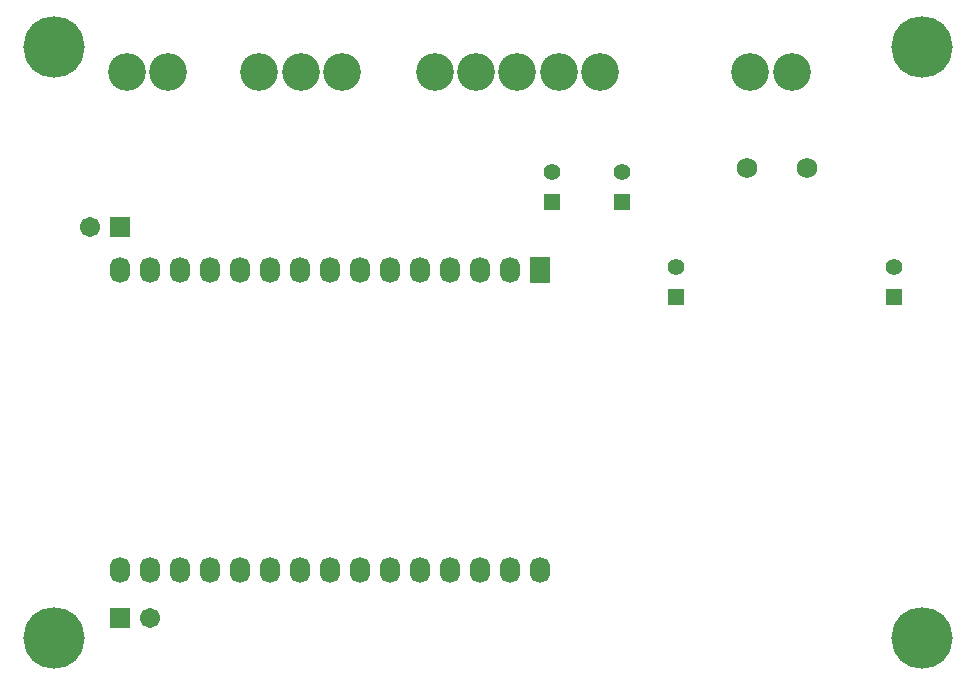
<source format=gbs>
G04 Layer_Color=16711935*
%FSLAX25Y25*%
%MOIN*%
G70*
G01*
G75*
%ADD52C,0.12611*%
%ADD53C,0.06800*%
%ADD54C,0.05524*%
%ADD55R,0.05524X0.05524*%
%ADD56C,0.20485*%
%ADD57R,0.06706X0.06706*%
%ADD58C,0.06706*%
%ADD59O,0.06706X0.08674*%
%ADD60R,0.06706X0.08674*%
D52*
X232142Y-8224D02*
D03*
X245921D02*
D03*
X95973Y-8228D02*
D03*
X82193D02*
D03*
X68413D02*
D03*
X24374D02*
D03*
X38154D02*
D03*
X154421Y-8224D02*
D03*
X168201D02*
D03*
X181980D02*
D03*
X140642D02*
D03*
X126862D02*
D03*
D53*
X230921Y-40224D02*
D03*
X250921D02*
D03*
D54*
X165921Y-41728D02*
D03*
X189421D02*
D03*
X279921Y-73224D02*
D03*
X207421D02*
D03*
D55*
X165921Y-51728D02*
D03*
X189421D02*
D03*
X279921Y-83224D02*
D03*
X207421D02*
D03*
D56*
X289500Y0D02*
D03*
Y-197000D02*
D03*
X0Y0D02*
D03*
Y-197000D02*
D03*
D57*
X22000Y-190500D02*
D03*
Y-60000D02*
D03*
D58*
X32000Y-190500D02*
D03*
X12000Y-60000D02*
D03*
D59*
X162039Y-174499D02*
D03*
X152039D02*
D03*
X142039D02*
D03*
X132039D02*
D03*
X122039D02*
D03*
X112039D02*
D03*
X102039D02*
D03*
X92039D02*
D03*
X82039D02*
D03*
X72039D02*
D03*
X62039D02*
D03*
X52039D02*
D03*
X42039D02*
D03*
X32039D02*
D03*
X22039D02*
D03*
Y-74499D02*
D03*
X32039D02*
D03*
X42039D02*
D03*
X52039D02*
D03*
X62039D02*
D03*
X72039D02*
D03*
X82039D02*
D03*
X92039D02*
D03*
X102039D02*
D03*
X112039D02*
D03*
X122039D02*
D03*
X132039D02*
D03*
X142039D02*
D03*
X152039D02*
D03*
D60*
X162039D02*
D03*
M02*

</source>
